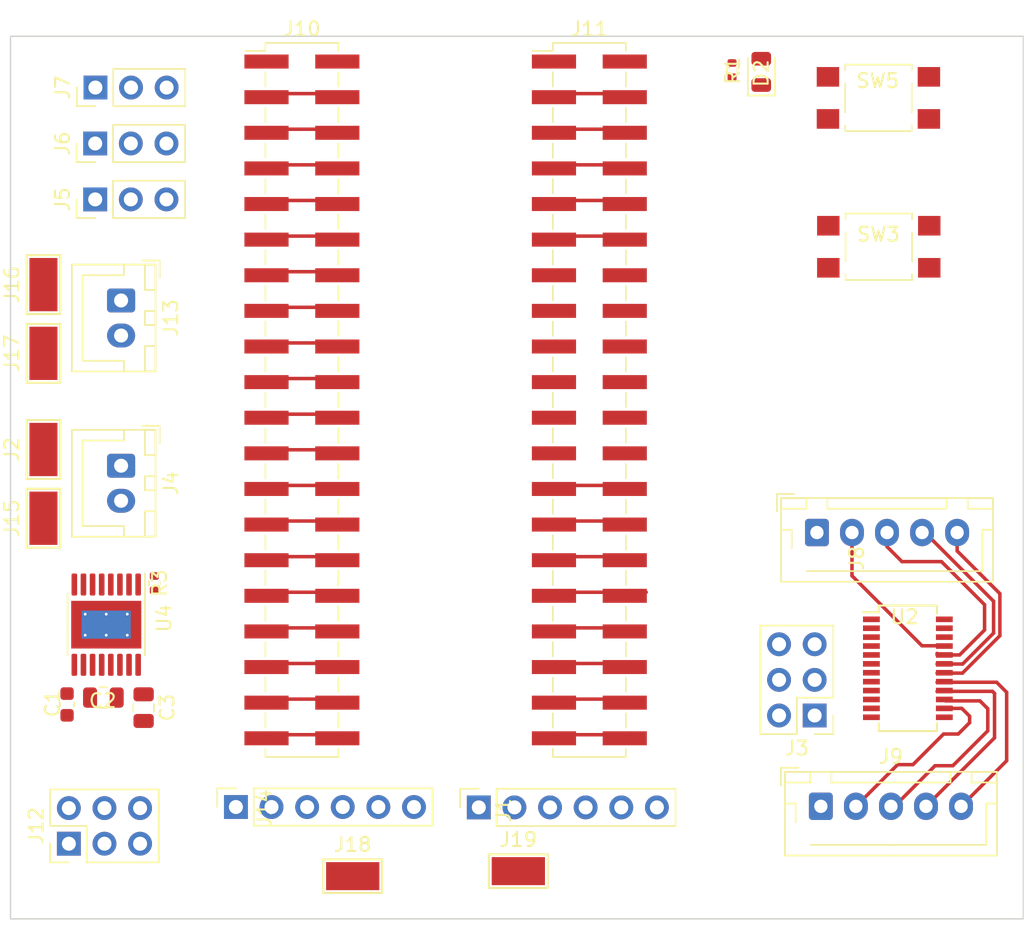
<source format=kicad_pcb>
(kicad_pcb (version 20221018) (generator pcbnew)
  (layers (0 "F.Cu" signal) (31 "B.Cu" signal) (34 "B.Paste" user) (35 "F.Paste" user) (36 "B.SilkS" user "B.Silkscreen") (37 "F.SilkS" user "F.Silkscreen") (38 "B.Mask" user) (39 "F.Mask" user) (44 "Edge.Cuts" user))
  (net 0 "")
  (net 1 "+3.3V")
  (net 2 "GND")
  (net 3 "/SERVO1")
  (net 4 "/SERVO2")
  (net 5 "/SERVO3")
  (net 6 "+5V")
  (net 7 "/V_STEP")
  (net 8 "/AIN1")
  (net 9 "/AIN2")
  (net 11 "/RESET")
  (net 12 "/BIN1")
  (net 13 "/BIN2")
  (net 14 "Net-(U4-nSLEEP)")
  (net 15 "Net-(U4-VCP)")
  (net 16 "/V_M")
  (net 17 "Net-(U4-VINT)")
  (net 18 "Net-(D2-K)")
  (net 19 "/STEP_1A_I")
  (net 20 "/STEP_1B_I")
  (net 21 "/STEP_1C_I")
  (net 22 "/STEP_1D_I")
  (net 23 "/STEP_2A_I")
  (net 24 "/STEP_2B_I")
  (net 25 "/STEP_2C_I")
  (net 26 "/STEP_2D_I")
  (net 27 "VCC")
  (net 28 "/STEP_1A_O")
  (net 29 "/STEP_1B_O")
  (net 30 "/STEP_1C_O")
  (net 31 "/STEP_1D_O")
  (net 32 "/USER_BUTTON")
  (net 33 "/STEP_2A_O")
  (net 34 "/STEP_2B_O")
  (net 35 "/STEP_2C_O")
  (net 36 "/STEP_2D_O")
  (net 37 "Net-(J10-Pin_1)")
  (net 38 "Net-(J10-Pin_3)")
  (net 39 "Net-(J10-Pin_5)")
  (net 40 "Net-(J10-Pin_7)")
  (net 41 "Net-(J10-Pin_10)")
  (net 42 "Net-(J10-Pin_11)")
  (net 43 "Net-(J10-Pin_13)")
  (net 44 "Net-(J10-Pin_15)")
  (net 45 "Net-(J10-Pin_17)")
  (net 46 "/M1A")
  (net 47 "/M1B")
  (net 48 "/M2A")
  (net 49 "Net-(J10-Pin_25)")
  (net 50 "/M2B")
  (net 54 "Net-(J10-Pin_35)")
  (net 56 "Net-(J11-Pin_1)")
  (net 58 "Net-(J11-Pin_5)")
  (net 60 "Net-(J11-Pin_10)")
  (net 61 "Net-(J11-Pin_11)")
  (net 62 "Net-(J11-Pin_13)")
  (net 63 "Net-(J11-Pin_15)")
  (net 64 "Net-(J11-Pin_17)")
  (net 65 "Net-(J11-Pin_19)")
  (net 66 "Net-(J11-Pin_21)")
  (net 67 "Net-(J11-Pin_25)")
  (net 68 "Net-(J11-Pin_35)")
  (footprint "Connector_JST:JST_XH_B5B-XH-AM_1x05_P2.50mm_Vertical" (layer "F.Cu") (at 100.7948 78.3082)
    (fp_text reference "J9" (at 5 -3.55) (layer "F.SilkS"))
    (fp_text value "Conn_01x05_Pin")
    (pad "" np_thru_hole circle (at -1.6 2) (size 1.2 1.2) (drill 1.2) (layers "*.Cu" "*.Mask"))
    (pad "1" thru_hole roundrect (at 0 0) (size 1.7 1.95) (drill 0.95) (layers "*.Cu" "*.Mask") (roundrect_rratio 0.147059) (net 7 "/V_STEP"))
    (pad "2" thru_hole oval (at 2.5 0) (size 1.7 1.95) (drill 0.95) (layers "*.Cu" "*.Mask") (net 36 "/STEP_2D_O"))
    (pad "3" thru_hole oval (at 5 0) (size 1.7 1.95) (drill 0.95) (layers "*.Cu" "*.Mask") (net 35 "/STEP_2C_O"))
    (pad "4" thru_hole oval (at 7.5 0) (size 1.7 1.95) (drill 0.95) (layers "*.Cu" "*.Mask") (net 34 "/STEP_2B_O"))
    (pad "5" thru_hole oval (at 10 0) (size 1.7 1.95) (drill 0.95) (layers "*.Cu" "*.Mask") (net 33 "/STEP_2A_O"))
  )
  (footprint "Connector_PinSocket_2.54mm:PinSocket_1x06_P2.54mm_Vertical" (layer "F.Cu") (at 59.0804 78.359 90)
    (fp_text reference "J14" (at -0.0762 2.0238 90) (layer "F.SilkS"))
    (fp_text value "Conn_01x06_Pin")
    (pad "1" thru_hole rect (at 0 0 90) (size 1.7 1.7) (drill 1) (layers "*.Cu" "*.Mask") (net 1 "+3.3V"))
    (pad "2" thru_hole oval (at 0 2.54 90) (size 1.7 1.7) (drill 1) (layers "*.Cu" "*.Mask") (net 1 "+3.3V"))
    (pad "3" thru_hole oval (at 0 5.08 90) (size 1.7 1.7) (drill 1) (layers "*.Cu" "*.Mask") (net 1 "+3.3V"))
    (pad "4" thru_hole oval (at 0 7.62 90) (size 1.7 1.7) (drill 1) (layers "*.Cu" "*.Mask") (net 1 "+3.3V"))
    (pad "5" thru_hole oval (at 0 10.16 90) (size 1.7 1.7) (drill 1) (layers "*.Cu" "*.Mask") (net 1 "+3.3V"))
    (pad "6" thru_hole oval (at 0 12.7 90) (size 1.7 1.7) (drill 1) (layers "*.Cu" "*.Mask") (net 1 "+3.3V"))
  )
  (footprint "Connector_PinHeader_2.54mm:PinHeader_1x03_P2.54mm_Vertical" (layer "F.Cu") (at 49.0624 27.051 90)
    (fp_text reference "J7" (at 0 -2.33 90) (layer "F.SilkS"))
    (fp_text value "Conn_01x03_Pin")
    (pad "1" thru_hole rect (at 0 0 90) (size 1.7 1.7) (drill 1) (layers "*.Cu" "*.Mask") (net 5 "/SERVO3"))
    (pad "2" thru_hole oval (at 0 2.54 90) (size 1.7 1.7) (drill 1) (layers "*.Cu" "*.Mask") (net 6 "+5V"))
    (pad "3" thru_hole oval (at 0 5.08 90) (size 1.7 1.7) (drill 1) (layers "*.Cu" "*.Mask") (net 2 "GND"))
  )
  (footprint "Connector_PinHeader_2.54mm:PinHeader_1x03_P2.54mm_Vertical" (layer "F.Cu") (at 49.0474 31.0388 90)
    (fp_text reference "J6" (at 0 -2.33 90) (layer "F.SilkS"))
    (fp_text value "Conn_01x03_Pin")
    (pad "1" thru_hole rect (at 0 0 90) (size 1.7 1.7) (drill 1) (layers "*.Cu" "*.Mask") (net 4 "/SERVO2"))
    (pad "2" thru_hole oval (at 0 2.54 90) (size 1.7 1.7) (drill 1) (layers "*.Cu" "*.Mask") (net 6 "+5V"))
    (pad "3" thru_hole oval (at 0 5.08 90) (size 1.7 1.7) (drill 1) (layers "*.Cu" "*.Mask") (net 2 "GND"))
  )
  (footprint "Connector_JST:JST_XH_B2B-XH-A_1x02_P2.50mm_Vertical" (layer "F.Cu") (at 50.8932 42.2348 -90)
    (fp_text reference "J13" (at 1.25 -3.55 90) (layer "F.SilkS"))
    (fp_text value "Conn_01x02_Pin")
    (pad "1" thru_hole roundrect (at 0 0 270) (size 1.7 2) (drill 1) (layers "*.Cu" "*.Mask") (roundrect_rratio 0.147059) (net 48 "/M2A"))
    (pad "2" thru_hole oval (at 2.5 0 270) (size 1.7 2) (drill 1) (layers "*.Cu" "*.Mask") (net 50 "/M2B"))
  )
  (footprint "TestPoint:TestPoint_Keystone_5019_Minature" (layer "F.Cu") (at 45.356 46.0048 90)
    (fp_text reference "J17" (at 0 -2.25 90) (layer "F.SilkS"))
    (fp_text value "Conn_01x01_Pin")
    (pad "1" smd rect (at 0 0 90) (size 3.8 2) (layers "F.Cu" "F.Paste" "F.Mask") (net 50 "/M2B"))
  )
  (footprint "Connector_PinSocket_2.54mm:PinSocket_1x06_P2.54mm_Vertical" (layer "F.Cu") (at 76.4032 78.3844 90)
    (fp_text reference "J1" (at -0.2032 1.7698 90) (layer "F.SilkS"))
    (fp_text value "Conn_01x06_Pin")
    (pad "1" thru_hole rect (at 0 0 90) (size 1.7 1.7) (drill 1) (layers "*.Cu" "*.Mask") (net 2 "GND"))
    (pad "2" thru_hole oval (at 0 2.54 90) (size 1.7 1.7) (drill 1) (layers "*.Cu" "*.Mask") (net 2 "GND"))
    (pad "3" thru_hole oval (at 0 5.08 90) (size 1.7 1.7) (drill 1) (layers "*.Cu" "*.Mask") (net 2 "GND"))
    (pad "4" thru_hole oval (at 0 7.62 90) (size 1.7 1.7) (drill 1) (layers "*.Cu" "*.Mask") (net 2 "GND"))
    (pad "5" thru_hole oval (at 0 10.16 90) (size 1.7 1.7) (drill 1) (layers "*.Cu" "*.Mask") (net 2 "GND"))
    (pad "6" thru_hole oval (at 0 12.7 90) (size 1.7 1.7) (drill 1) (layers "*.Cu" "*.Mask") (net 2 "GND"))
  )
  (footprint "Connector_PinHeader_2.54mm:PinHeader_2x20_P2.54mm_Vertical_SMD" (layer "F.Cu") (at 63.7876 49.3268)
    (fp_text reference "J10" (at 0 -26.46) (layer "F.SilkS"))
    (fp_text value "Conn_02x20_Odd_Even")
    (pad "1" smd rect (at -2.525 -24.13) (size 3.15 1) (layers "F.Cu" "F.Paste" "F.Mask") (net 37 "Net-(J10-Pin_1)"))
    (pad "2" smd rect (at 2.525 -24.13) (size 3.15 1) (layers "F.Cu" "F.Paste" "F.Mask") (net 37 "Net-(J10-Pin_1)"))
    (pad "3" smd rect (at -2.525 -21.59) (size 3.15 1) (layers "F.Cu" "F.Paste" "F.Mask") (net 38 "Net-(J10-Pin_3)"))
    (pad "4" smd rect (at 2.525 -21.59) (size 3.15 1) (layers "F.Cu" "F.Paste" "F.Mask") (net 38 "Net-(J10-Pin_3)"))
    (pad "5" smd rect (at -2.525 -19.05) (size 3.15 1) (layers "F.Cu" "F.Paste" "F.Mask") (net 39 "Net-(J10-Pin_5)"))
    (pad "6" smd rect (at 2.525 -19.05) (size 3.15 1) (layers "F.Cu" "F.Paste" "F.Mask") (net 39 "Net-(J10-Pin_5)"))
    (pad "7" smd rect (at -2.525 -16.51) (size 3.15 1) (layers "F.Cu" "F.Paste" "F.Mask") (net 40 "Net-(J10-Pin_7)"))
    (pad "8" smd rect (at 2.525 -16.51) (size 3.15 1) (layers "F.Cu" "F.Paste" "F.Mask") (net 40 "Net-(J10-Pin_7)"))
    (pad "9" smd rect (at -2.525 -13.97) (size 3.15 1) (layers "F.Cu" "F.Paste" "F.Mask") (net 41 "Net-(J10-Pin_10)"))
    (pad "10" smd rect (at 2.525 -13.97) (size 3.15 1) (layers "F.Cu" "F.Paste" "F.Mask") (net 41 "Net-(J10-Pin_10)"))
    (pad "11" smd rect (at -2.525 -11.43) (size 3.15 1) (layers "F.Cu" "F.Paste" "F.Mask") (net 42 "Net-(J10-Pin_11)"))
    (pad "12" smd rect (at 2.525 -11.43) (size 3.15 1) (layers "F.Cu" "F.Paste" "F.Mask") (net 42 "Net-(J10-Pin_11)"))
    (pad "13" smd rect (at -2.525 -8.89) (size 3.15 1) (layers "F.Cu" "F.Paste" "F.Mask") (net 43 "Net-(J10-Pin_13)"))
    (pad "14" smd rect (at 2.525 -8.89) (size 3.15 1) (layers "F.Cu" "F.Paste" "F.Mask") (net 43 "Net-(J10-Pin_13)"))
    (pad "15" smd rect (at -2.525 -6.35) (size 3.15 1) (layers "F.Cu" "F.Paste" "F.Mask") (net 44 "Net-(J10-Pin_15)"))
    (pad "16" smd rect (at 2.525 -6.35) (size 3.15 1) (layers "F.Cu" "F.Paste" "F.Mask") (net 44 "Net-(J10-Pin_15)"))
    (pad "17" smd rect (at -2.525 -3.81) (size 3.15 1) (layers "F.Cu" "F.Paste" "F.Mask") (net 45 "Net-(J10-Pin_17)"))
    (pad "18" smd rect (at 2.525 -3.81) (size 3.15 1) (layers "F.Cu" "F.Paste" "F.Mask") (net 45 "Net-(J10-Pin_17)"))
    (pad "19" smd rect (at -2.525 -1.27) (size 3.15 1) (layers "F.Cu" "F.Paste" "F.Mask") (net 3 "/SERVO1"))
    (pad "20" smd rect (at 2.525 -1.27) (size 3.15 1) (layers "F.Cu" "F.Paste" "F.Mask") (net 3 "/SERVO1"))
    (pad "21" smd rect (at -2.525 1.27) (size 3.15 1) (layers "F.Cu" "F.Paste" "F.Mask") (net 4 "/SERVO2"))
    (pad "22" smd rect (at 2.525 1.27) (size 3.15 1) (layers "F.Cu" "F.Paste" "F.Mask") (net 4 "/SERVO2"))
    (pad "23" smd rect (at -2.525 3.81) (size 3.15 1) (layers "F.Cu" "F.Paste" "F.Mask") (net 5 "/SERVO3"))
    (pad "24" smd rect (at 2.525 3.81) (size 3.15 1) (layers "F.Cu" "F.Paste" "F.Mask") (net 5 "/SERVO3"))
    (pad "25" smd rect (at -2.525 6.35) (size 3.15 1) (layers "F.Cu" "F.Paste" "F.Mask") (net 49 "Net-(J10-Pin_25)"))
    (pad "26" smd rect (at 2.525 6.35) (size 3.15 1) (layers "F.Cu" "F.Paste" "F.Mask") (net 49 "Net-(J10-Pin_25)"))
    (pad "27" smd rect (at -2.525 8.89) (size 3.15 1) (layers "F.Cu" "F.Paste" "F.Mask") (net 8 "/AIN1"))
    (pad "28" smd rect (at 2.525 8.89) (size 3.15 1) (layers "F.Cu" "F.Paste" "F.Mask") (net 8 "/AIN1"))
    (pad "29" smd rect (at -2.525 11.43) (size 3.15 1) (layers "F.Cu" "F.Paste" "F.Mask") (net 9 "/AIN2"))
    (pad "30" smd rect (at 2.525 11.43) (size 3.15 1) (layers "F.Cu" "F.Paste" "F.Mask") (net 9 "/AIN2"))
    (pad "31" smd rect (at -2.525 13.97) (size 3.15 1) (layers "F.Cu" "F.Paste" "F.Mask") (net 23 "/STEP_2A_I"))
    (pad "32" smd rect (at 2.525 13.97) (size 3.15 1) (layers "F.Cu" "F.Paste" "F.Mask") (net 23 "/STEP_2A_I"))
    (pad "33" smd rect (at -2.525 16.51) (size 3.15 1) (layers "F.Cu" "F.Paste" "F.Mask") (net 24 "/STEP_2B_I"))
    (pad "34" smd rect (at 2.525 16.51) (size 3.15 1) (layers "F.Cu" "F.Paste" "F.Mask") (net 24 "/STEP_2B_I"))
    (pad "35" smd rect (at -2.525 19.05) (size 3.15 1) (layers "F.Cu" "F.Paste" "F.Mask") (net 54 "Net-(J10-Pin_35)"))
    (pad "36" smd rect (at 2.525 19.05) (size 3.15 1) (layers "F.Cu" "F.Paste" "F.Mask") (net 54 "Net-(J10-Pin_35)"))
    (pad "37" smd rect (at -2.525 21.59) (size 3.15 1) (layers "F.Cu" "F.Paste" "F.Mask") (net 25 "/STEP_2C_I"))
    (pad "38" smd rect (at 2.525 21.59) (size 3.15 1) (layers "F.Cu" "F.Paste" "F.Mask") (net 25 "/STEP_2C_I"))
    (pad "39" smd rect (at -2.525 24.13) (size 3.15 1) (layers "F.Cu" "F.Paste" "F.Mask") (net 26 "/STEP_2D_I"))
    (pad "40" smd rect (at 2.525 24.13) (size 3.15 1) (layers "F.Cu" "F.Paste" "F.Mask") (net 26 "/STEP_2D_I"))
  )
  (footprint "Capacitor_SMD:C_0805_2012Metric" (layer "F.Cu") (at 49.6302 70.5542)
    (fp_text reference "C2" (at -0.0508 0.2236) (layer "F.SilkS"))
    (fp_text value "10u")
    (pad "1" smd roundrect (at -0.95 0) (size 1 1.45) (layers "F.Cu" "F.Paste" "F.Mask") (net 16 "/V_M"))
    (pad "2" smd roundrect (at 0.95 0) (size 1 1.45) (layers "F.Cu" "F.Paste" "F.Mask") (net 2 "GND"))
  )
  (footprint "Capacitor_SMD:C_0805_2012Metric" (layer "F.Cu") (at 52.5004 71.2706 -90)
    (fp_text reference "C3" (at 0 -1.68 90) (layer "F.SilkS"))
    (fp_text value "10u")
    (pad "1" smd roundrect (at -0.95 0 270) (size 1 1.45) (layers "F.Cu" "F.Paste" "F.Mask") (net 17 "Net-(U4-VINT)"))
    (pad "2" smd roundrect (at 0.95 0 270) (size 1 1.45) (layers "F.Cu" "F.Paste" "F.Mask") (net 2 "GND"))
  )
  (footprint "Package_SO:HTSSOP-16-1EP_4.4x5mm_P0.65mm_EP3.4x5mm_Mask2.46x2.31mm_ThermalVias" (layer "F.Cu") (at 49.8348 65.3542 -90)
    (fp_text reference "U4" (at -0.4594 -4.119 90) (layer "F.SilkS"))
    (fp_text value "DRV8833PWP")
    (pad "1" smd roundrect (at -2.8625 -2.275 270) (size 1.575 0.4) (layers "F.Cu" "F.Paste" "F.Mask") (net 14 "Net-(U4-nSLEEP)"))
    (pad "2" smd roundrect (at -2.8625 -1.625 270) (size 1.575 0.4) (layers "F.Cu" "F.Paste" "F.Mask") (net 46 "/M1A"))
    (pad "3" smd roundrect (at -2.8625 -0.975 270) (size 1.575 0.4) (layers "F.Cu" "F.Paste" "F.Mask") (net 2 "GND"))
    (pad "4" smd roundrect (at -2.8625 -0.325 270) (size 1.575 0.4) (layers "F.Cu" "F.Paste" "F.Mask") (net 47 "/M1B"))
    (pad "5" smd roundrect (at -2.8625 0.325 270) (size 1.575 0.4) (layers "F.Cu" "F.Paste" "F.Mask") (net 50 "/M2B"))
    (pad "6" smd roundrect (at -2.8625 0.975 270) (size 1.575 0.4) (layers "F.Cu" "F.Paste" "F.Mask") (net 2 "GND"))
    (pad "7" smd roundrect (at -2.8625 1.625 270) (size 1.575 0.4) (layers "F.Cu" "F.Paste" "F.Mask") (net 48 "/M2A"))
    (pad "8" smd roundrect (at -2.8625 2.275 270) (size 1.575 0.4) (layers "F.Cu" "F.Paste" "F.Mask"))
    (pad "9" smd roundrect (at 2.8625 2.275 270) (size 1.575 0.4) (layers "F.Cu" "F.Paste" "F.Mask") (net 12 "/BIN1"))
    (pad "10" smd roundrect (at 2.8625 1.625 270) (size 1.575 0.4) (layers "F.Cu" "F.Paste" "F.Mask") (net 13 "/BIN2"))
    (pad "11" smd roundrect (at 2.8625 0.975 270) (size 1.575 0.4) (layers "F.Cu" "F.Paste" "F.Mask") (net 15 "Net-(U4-VCP)"))
    (pad "12" smd roundrect (at 2.8625 0.325 270) (size 1.575 0.4) (layers "F.Cu" "F.Paste" "F.Mask") (net 16 "/V_M"))
    (pad "13" smd roundrect (at 2.8625 -0.325 270) (size 1.575 0.4) (layers "F.Cu" "F.Paste" "F.Mask") (net 2 "GND"))
    (pad "14" smd roundrect (at 2.8625 -0.975 270) (size 1.575 0.4) (layers "F.Cu" "F.Paste" "F.Mask") (net 17 "Net-(U4-VINT)"))
    (pad "15" smd roundrect (at 2.8625 -1.625 270) (size 1.575 0.4) (layers "F.Cu" "F.Paste" "F.Mask") (net 9 "/AIN2"))
    (pad "16" smd roundrect (at 2.8625 -2.275 270) (size 1.575 0.4) (layers "F.Cu" "F.Paste" "F.Mask") (net 8 "/AIN1"))
    (pad "17" thru_hole circle (at -0.75 -1.5 270) (size 0.5 0.5) (drill 0.2) (layers "*.Cu") (net 2 "GND"))
    (pad "17" thru_hole circle (at -0.75 0 270) (size 0.5 0.5) (drill 0.2) (layers "*.Cu") (net 2 "GND"))
    (pad "17" thru_hole circle (at -0.75 1.5 270) (size 0.5 0.5) (drill 0.2) (layers "*.Cu") (net 2 "GND"))
    (pad "17" smd rect (at 0 0 270) (size 2 3.5) (layers "B.Cu") (net 2 "GND"))
    (pad "17" smd rect (at 0 0 270) (size 3.4 5) (layers "F.Cu") (net 2 "GND"))
    (pad "17" thru_hole circle (at 0.75 -1.5 270) (size 0.5 0.5) (drill 0.2) (layers "*.Cu") (net 2 "GND"))
    (pad "17" thru_hole circle (at 0.75 0 270) (size 0.5 0.5) (drill 0.2) (layers "*.Cu") (net 2 "GND"))
    (pad "17" thru_hole circle (at 0.75 1.5 270) (size 0.5 0.5) (drill 0.2) (layers "*.Cu") (net 2 "GND"))
  )
  (footprint "Capacitor_SMD:C_0603_1608Metric" (layer "F.Cu") (at 47.0394 71.0448 90)
    (fp_text reference "C1" (at 0.0632 -1.0414 90) (layer "F.SilkS"))
    (fp_text value ".1u")
    (pad "1" smd roundrect (at -0.775 0 90) (size 0.9 0.95) (layers "F.Cu" "F.Paste" "F.Mask") (net 16 "/V_M"))
    (pad "2" smd roundrect (at 0.775 0 90) (size 0.9 0.95) (layers "F.Cu" "F.Paste" "F.Mask") (net 15 "Net-(U4-VCP)"))
  )
  (footprint "Connector_PinHeader_2.54mm:PinHeader_2x03_P2.54mm_Vertical" (layer "F.Cu") (at 47.1678 80.9752 90)
    (fp_text reference "J12" (at 1.27 -2.33 90) (layer "F.SilkS"))
    (fp_text value "Conn_02x03_Odd_Even")
    (pad "1" thru_hole rect (at 0 0 90) (size 1.7 1.7) (drill 1) (layers "*.Cu" "*.Mask") (net 6 "+5V"))
    (pad "2" thru_hole oval (at 2.54 0 90) (size 1.7 1.7) (drill 1) (layers "*.Cu" "*.Mask") (net 6 "+5V"))
    (pad "3" thru_hole oval (at 0 2.54 90) (size 1.7 1.7) (drill 1) (layers "*.Cu" "*.Mask") (net 16 "/V_M"))
    (pad "4" thru_hole oval (at 2.54 2.54 90) (size 1.7 1.7) (drill 1) (layers "*.Cu" "*.Mask") (net 16 "/V_M"))
    (pad "5" thru_hole oval (at 0 5.08 90) (size 1.7 1.7) (drill 1) (layers "*.Cu" "*.Mask") (net 27 "VCC"))
    (pad "6" thru_hole oval (at 2.54 5.08 90) (size 1.7 1.7) (drill 1) (layers "*.Cu" "*.Mask") (net 27 "VCC"))
  )
  (footprint "Package_SO:SSOP-24_3.9x8.7mm_P0.635mm" (layer "F.Cu") (at 107.001 68.4657)
    (fp_text reference "U2" (at -0.2366 -3.6696) (layer "F.SilkS"))
    (fp_text value "~")
    (pad "1" smd rect (at -2.6 -3.4925) (size 1.2 0.4) (layers "F.Cu" "F.Paste" "F.Mask"))
    (pad "2" smd rect (at -2.6 -2.8575) (size 1.2 0.4) (layers "F.Cu" "F.Paste" "F.Mask"))
    (pad "3" smd rect (at -2.6 -2.2225) (size 1.2 0.4) (layers "F.Cu" "F.Paste" "F.Mask"))
    (pad "4" smd rect (at -2.6 -1.5875) (size 1.2 0.4) (layers "F.Cu" "F.Paste" "F.Mask") (net 19 "/STEP_1A_I"))
    (pad "5" smd rect (at -2.6 -0.9525) (size 1.2 0.4) (layers "F.Cu" "F.Paste" "F.Mask") (net 20 "/STEP_1B_I"))
    (pad "6" smd rect (at -2.6 -0.3175) (size 1.2 0.4) (layers "F.Cu" "F.Paste" "F.Mask") (net 21 "/STEP_1C_I"))
    (pad "7" smd rect (at -2.6 0.3175) (size 1.2 0.4) (layers "F.Cu" "F.Paste" "F.Mask") (net 22 "/STEP_1D_I"))
    (pad "8" smd rect (at -2.6 0.9525) (size 1.2 0.4) (layers "F.Cu" "F.Paste" "F.Mask") (net 23 "/STEP_2A_I"))
    (pad "9" smd rect (at -2.6 1.5875) (size 1.2 0.4) (layers "F.Cu" "F.Paste" "F.Mask") (net 24 "/STEP_2B_I"))
    (pad "10" smd rect (at -2.6 2.2225) (size 1.2 0.4) (layers "F.Cu" "F.Paste" "F.Mask") (net 25 "/STEP_2C_I"))
    (pad "11" smd rect (at -2.6 2.8575) (size 1.2 0.4) (layers "F.Cu" "F.Paste" "F.Mask") (net 26 "/STEP_2D_I"))
    (pad "12" smd rect (at -2.6 3.4925) (size 1.2 0.4) (layers "F.Cu" "F.Paste" "F.Mask") (net 2 "GND"))
    (pad "13" smd rect (at 2.6 3.4925) (size 1.2 0.4) (layers "F.Cu" "F.Paste" "F.Mask") (net 7 "/V_STEP"))
    (pad "14" smd rect (at 2.6 2.8575) (size 1.2 0.4) (layers "F.Cu" "F.Paste" "F.Mask") (net 36 "/STEP_2D_O"))
    (pad "15" smd rect (at 2.6 2.2225) (size 1.2 0.4) (layers "F.Cu" "F.Paste" "F.Mask") (net 35 "/STEP_2C_O"))
    (pad "16" smd rect (at 2.6 1.5875) (size 1.2 0.4) (layers "F.Cu" "F.Paste" "F.Mask") (net 34 "/STEP_2B_O"))
    (pad "17" smd rect (at 2.6 0.9525) (size 1.2 0.4) (layers "F.Cu" "F.Paste" "F.Mask") (net 33 "/STEP_2A_O"))
    (pad "18" smd rect (at 2.6 0.3175) (size 1.2 0.4) (layers "F.Cu" "F.Paste" "F.Mask") (net 31 "/STEP_1D_O"))
    (pad "19" smd rect (at 2.6 -0.3175) (size 1.2 0.4) (layers "F.Cu" "F.Paste" "F.Mask") (net 30 "/STEP_1C_O"))
    (pad "20" smd rect (at 2.6 -0.9525) (size 1.2 0.4) (layers "F.Cu" "F.Paste" "F.Mask") (net 29 "/STEP_1B_O"))
    (pad "21" smd rect (at 2.6 -1.5875) (size 1.2 0.4) (layers "F.Cu" "F.Paste" "F.Mask") (net 28 "/STEP_1A_O"))
    (pad "22" smd rect (at 2.6 -2.2225) (size 1.2 0.4) (layers "F.Cu" "F.Paste" "F.Mask"))
    (pad "23" smd rect (at 2.6 -2.8575) (size 1.2 0.4) (layers "F.Cu" "F.Paste" "F.Mask"))
    (pad "24" smd rect (at 2.6 -3.4925) (size 1.2 0.4) (layers "F.Cu" "F.Paste" "F.Mask"))
  )
  (footprint "Connector_PinHeader_2.54mm:PinHeader_1x03_P2.54mm_Vertical" (layer "F.Cu") (at 49.0474 35.0266 90)
    (fp_text reference "J5" (at 0 -2.33 90) (layer "F.SilkS"))
    (fp_text value "Conn_01x03_Pin")
    (pad "1" thru_hole rect (at 0 0 90) (size 1.7 1.7) (drill 1) (layers "*.Cu" "*.Mask") (net 3 "/SERVO1"))
    (pad "2" thru_hole oval (at 0 2.54 90) (size 1.7 1.7) (drill 1) (layers "*.Cu" "*.Mask") (net 6 "+5V"))
    (pad "3" thru_hole oval (at 0 5.08 90) (size 1.7 1.7) (drill 1) (layers "*.Cu" "*.Mask") (net 2 "GND"))
  )
  (footprint "Connector_PinHeader_2.54mm:PinHeader_2x03_P2.54mm_Vertical" (layer "F.Cu") (at 100.3554 71.8312 180)
    (fp_text reference "J3" (at 1.27 -2.33) (layer "F.SilkS"))
    (fp_text value "Conn_02x03_Odd_Even")
    (pad "1" thru_hole rect (at 0 0 180) (size 1.7 1.7) (drill 1) (layers "*.Cu" "*.Mask") (net 6 "+5V"))
    (pad "2" thru_hole oval (at 2.54 0 180) (size 1.7 1.7) (drill 1) (layers "*.Cu" "*.Mask") (net 6 "+5V"))
    (pad "3" thru_hole oval (at 0 2.54 180) (size 1.7 1.7) (drill 1) (layers "*.Cu" "*.Mask") (net 7 "/V_STEP"))
    (pad "4" thru_hole oval (at 2.54 2.54 180) (size 1.7 1.7) (drill 1) (layers "*.Cu" "*.Mask") (net 7 "/V_STEP"))
    (pad "5" thru_hole oval (at 0 5.08 180) (size 1.7 1.7) (drill 1) (layers "*.Cu" "*.Mask") (net 27 "VCC"))
    (pad "6" thru_hole oval (at 2.54 5.08 180) (size 1.7 1.7) (drill 1) (layers "*.Cu" "*.Mask") (net 27 "VCC"))
  )
  (footprint "Resistor_SMD:R_0402_1005Metric" (layer "F.Cu") (at 53.2624 62.3978 -90)
    (fp_text reference "R3" (at 0 -0.38 90) (layer "F.SilkS"))
    (fp_text value "10k")
    (pad "1" smd roundrect (at -0.51 0 270) (size 0.54 0.64) (layers "F.Cu" "F.Paste" "F.Mask") (net 1 "+3.3V"))
    (pad "2" smd roundrect (at 0.51 0 270) (size 0.54 0.64) (layers "F.Cu" "F.Paste" "F.Mask") (net 14 "Net-(U4-nSLEEP)"))
  )
  (footprint "Button_Switch_SMD:SW_SPST_TL3305C" (layer "F.Cu") (at 104.902 27.7876)
    (fp_text reference "SW5" (at -0.0508 -1.2192) (layer "F.SilkS"))
    (fp_text value "SW_DIP_x01")
    (pad "1" smd rect (at -3.6 -1.5) (size 1.6 1.4) (layers "F.Cu" "F.Paste" "F.Mask") (net 2 "GND"))
    (pad "1" smd rect (at 3.6 -1.5) (size 1.6 1.4) (layers "F.Cu" "F.Paste" "F.Mask") (net 2 "GND"))
    (pad "2" smd rect (at -3.6 1.5) (size 1.6 1.4) (layers "F.Cu" "F.Paste" "F.Mask") (net 11 "/RESET"))
    (pad "2" smd rect (at 3.6 1.5) (size 1.6 1.4) (layers "F.Cu" "F.Paste" "F.Mask") (net 11 "/RESET"))
  )
  (footprint "Connector_JST:JST_XH_B2B-XH-A_1x02_P2.50mm_Vertical" (layer "F.Cu") (at 50.8932 54.0204 -90)
    (fp_text reference "J4" (at 1.25 -3.55 90) (layer "F.SilkS"))
    (fp_text value "Conn_01x02_Pin")
    (pad "1" thru_hole roundrect (at 0 0 270) (size 1.7 2) (drill 1) (layers "*.Cu" "*.Mask") (roundrect_rratio 0.147059) (net 46 "/M1A"))
    (pad "2" thru_hole oval (at 2.5 0 270) (size 1.7 2) (drill 1) (layers "*.Cu" "*.Mask") (net 47 "/M1B"))
  )
  (footprint "Connector_JST:JST_XH_B5B-XH-AM_1x05_P2.50mm_Vertical" (layer "F.Cu") (at 100.5154 58.784)
    (fp_text reference "J8" (at 2.8372 1.8288 90) (layer "F.SilkS"))
    (fp_text value "Conn_01x05_Pin")
    (pad "" np_thru_hole circle (at -1.6 2) (size 1.2 1.2) (drill 1.2) (layers "*.Cu" "*.Mask"))
    (pad "1" thru_hole roundrect (at 0 0) (size 1.7 1.95) (drill 0.95) (layers "*.Cu" "*.Mask") (roundrect_rratio 0.147059) (net 7 "/V_STEP"))
    (pad "2" thru_hole oval (at 2.5 0) (size 1.7 1.95) (drill 0.95) (layers "*.Cu" "*.Mask") (net 28 "/STEP_1A_O"))
    (pad "3" thru_hole oval (at 5 0) (size 1.7 1.95) (drill 0.95) (layers "*.Cu" "*.Mask") (net 29 "/STEP_1B_O"))
    (pad "4" thru_hole oval (at 7.5 0) (size 1.7 1.95) (drill 0.95) (layers "*.Cu" "*.Mask") (net 30 "/STEP_1C_O"))
    (pad "5" thru_hole oval (at 10 0) (size 1.7 1.95) (drill 0.95) (layers "*.Cu" "*.Mask") (net 31 "/STEP_1D_O"))
  )
  (footprint "TestPoint:TestPoint_Keystone_5019_Minature" (layer "F.Cu") (at 45.356 57.765 90)
    (fp_text reference "J15" (at 0 -2.25 90) (layer "F.SilkS"))
    (fp_text value "Conn_01x01_Pin")
    (pad "1" smd rect (at 0 0 90) (size 3.8 2) (layers "F.Cu" "F.Paste" "F.Mask") (net 47 "/M1B"))
  )
  (footprint "TestPoint:TestPoint_Keystone_5019_Minature" (layer "F.Cu") (at 45.356 41.1026 90)
    (fp_text reference "J16" (at 0 -2.25 90) (layer "F.SilkS"))
    (fp_text value "Conn_01x01_Pin")
    (pad "1" smd rect (at 0 0 90) (size 3.8 2) (layers "F.Cu" "F.Paste" "F.Mask") (net 48 "/M2A"))
  )
  (footprint "Connector_PinHeader_2.54mm:PinHeader_2x20_P2.54mm_Vertical_SMD" (layer "F.Cu") (at 84.2876 49.3268)
    (fp_text reference "J11" (at 0 -26.46) (layer "F.SilkS"))
    (fp_text value "Conn_02x20_Odd_Even")
    (pad "1" smd rect (at -2.525 -24.13) (size 3.15 1) (layers "F.Cu" "F.Paste" "F.Mask") (net 56 "Net-(J11-Pin_1)"))
    (pad "2" smd rect (at 2.525 -24.13) (size 3.15 1) (layers "F.Cu" "F.Paste" "F.Mask") (net 56 "Net-(J11-Pin_1)"))
    (pad "3" smd rect (at -2.525 -21.59) (size 3.15 1) (layers "F.Cu" "F.Paste" "F.Mask") (net 6 "+5V"))
    (pad "4" smd rect (at 2.525 -21.59) (size 3.15 1) (layers "F.Cu" "F.Paste" "F.Mask") (net 6 "+5V"))
    (pad "5" smd rect (at -2.525 -19.05) (size 3.15 1) (layers "F.Cu" "F.Paste" "F.Mask") (net 58 "Net-(J11-Pin_5)"))
    (pad "6" smd rect (at 2.525 -19.05) (size 3.15 1) (layers "F.Cu" "F.Paste" "F.Mask") (net 58 "Net-(J11-Pin_5)"))
    (pad "7" smd rect (at -2.525 -16.51) (size 3.15 1) (layers "F.Cu" "F.Paste" "F.Mask") (net 11 "/RESET"))
    (pad "8" smd rect (at 2.525 -16.51) (size 3.15 1) (layers "F.Cu" "F.Paste" "F.Mask") (net 11 "/RESET"))
    (pad "9" smd rect (at -2.525 -13.97) (size 3.15 1) (layers "F.Cu" "F.Paste" "F.Mask") (net 60 "Net-(J11-Pin_10)"))
    (pad "10" smd rect (at 2.525 -13.97) (size 3.15 1) (layers "F.Cu" "F.Paste" "F.Mask") (net 60 "Net-(J11-Pin_10)"))
    (pad "11" smd rect (at -2.525 -11.43) (size 3.15 1) (layers "F.Cu" "F.Paste" "F.Mask") (net 61 "Net-(J11-Pin_11)"))
    (pad "12" smd rect (at 2.525 -11.43) (size 3.15 1) (layers "F.Cu" "F.Paste" "F.Mask") (net 61 "Net-(J11-Pin_11)"))
    (pad "13" smd rect (at -2.525 -8.89) (size 3.15 1) (layers "F.Cu" "F.Paste" "F.Mask") (net 62 "Net-(J11-Pin_13)"))
    (pad "14" smd rect (at 2.525 -8.89) (size 3.15 1) (layers "F.Cu" "F.Paste" "F.Mask") (net 62 "Net-(J11-Pin_13)"))
    (pad "15" smd rect (at -2.525 -6.35) (size 3.15 1) (layers "F.Cu" "F.Paste" "F.Mask") (net 63 "Net-(J11-Pin_15)"))
    (pad "16" smd rect (at 2.525 -6.35) (size 3.15 1) (layers "F.Cu" "F.Paste" "F.Mask") (net 63 "Net-(J11-Pin_15)"))
    (pad "17" smd rect (at -2.525 -3.81) (size 3.15 1) (layers "F.Cu" "F.Paste" "F.Mask") (net 64 "Net-(J11-Pin_17)"))
    (pad "18" smd rect (at 2.525 -3.81) (size 3.15 1) (layers "F.Cu" "F.Paste" "F.Mask") (net 64 "Net-(J11-Pin_17)"))
    (pad "19" smd rect (at -2.525 -1.27) (size 3.15 1) (layers "F.Cu" "F.Paste" "F.Mask") (net 65 "Net-(J11-Pin_19)"))
    (pad "20" smd rect (at 2.525 -1.27) (size 3.15 1) (layers "F.Cu" "F.Paste" "F.Mask") (net 65 "Net-(J11-Pin_19)"))
    (pad "21" smd rect (at -2.525 1.27) (size 3.15 1) (layers "F.Cu" "F.Paste" "F.Mask") (net 66 "Net-(J11-Pin_21)"))
    (pad "22" smd rect (at 2.525 1.27) (size 3.15 1) (layers "F.Cu" "F.Paste" "F.Mask") (net 66 "Net-(J11-Pin_21)"))
    (pad "23" smd rect (at -2.525 3.81) (size 3.15 1) (layers "F.Cu" "F.Paste" "F.Mask") (net 32 "/USER_BUTTON"))
    (pad "24" smd rect (at 2.525 3.81) (size 3.15 1) (layers "F.Cu" "F.Paste" "F.Mask") (net 32 "/USER_BUTTON"))
    (pad "25" smd rect (at -2.525 6.35) (size 3.15 1) (layers "F.Cu" "F.Paste" "F.Mask") (net 67 "Net-(J11-Pin_25)"))
    (pad "26" smd rect (at 2.525 6.35) (size 3.15 1) (layers "F.Cu" "F.Paste" "F.Mask") (net 67 "Net-(J11-Pin_25)"))
    (pad "27" smd rect (at -2.525 8.89) (size 3.15 1) (layers "F.Cu" "F.Paste" "F.Mask") (net 12 "/BIN1"))
    (pad "28" smd rect (at 2.525 8.89) (size 3.15 1) (layers "F.Cu" "F.Paste" "F.Mask") (net 12 "/BIN1"))
    (pad "29" smd rect (at -2.525 11.43) (size 3.15 1) (layers "F.Cu" "F.Paste" "F.Mask") (net 13 "/BIN2"))
    (pad "30" smd rect (at 2.525 11.43) (size 3.15 1) (layers "F.Cu" "F.Paste" "F.Mask") (net 13 "/BIN2"))
    (pad "31" smd rect (at -2.525 13.97) (size 3.15 1) (layers "F.Cu" "F.Paste" "F.Mask") (net 19 "/STEP_1A_I"))
    (pad "32" smd rect (at 2.525 13.97) (size 3.15 1) (layers "F.Cu" "F.Paste" "F.Mask") (net 19 "/STEP_1A_I"))
    (pad "33" smd rect (at -2.525 16.51) (size 3.15 1) (layers "F.Cu" "F.Paste" "F.Mask") (net 20 "/STEP_1B_I"))
    (pad "34" smd rect (at 2.525 16.51) (size 3.15 1) (layers "F.Cu" "F.Paste" "F.Mask") (net 20 "/STEP_1B_I"))
    (pad "35" smd rect (at -2.525 19.05) (size 3.15 1) (layers "F.Cu" "F.Paste" "F.Mask") (net 68 "Net-(J11-Pin_35)"))
    (pad "36" smd rect (at 2.525 19.05) (size 3.15 1) (layers "F.Cu" "F.Paste" "F.Mask") (net 68 "Net-(J11-Pin_35)"))
    (pad "37" smd rect (at -2.525 21.59) (size 3.15 1) (layers "F.Cu" "F.Paste" "F.Mask") (net 21 "/STEP_1C_I"))
    (pad "38" smd rect (at 2.525 21.59) (size 3.15 1) (layers "F.Cu" "F.Paste" "F.Mask") (net 21 "/STEP_1C_I"))
    (pad "39" smd rect (at -2.525 24.13) (size 3.15 1) (layers "F.Cu" "F.Paste" "F.Mask") (net 22 "/STEP_1D_I"))
    (pad "40" smd rect (at 2.525 24.13) (size 3.15 1) (layers "F.Cu" "F.Paste" "F.Mask") (net 22 "/STEP_1D_I"))
  )
  (footprint "Button_Switch_SMD:SW_SPST_TL3305C" (layer "F.Cu") (at 104.9274 38.4048)
    (fp_text reference "SW3" (at -0.0254 -0.889) (layer "F.SilkS"))
    (fp_text value "SW_DIP_x01")
    (pad "1" smd rect (at -3.6 -1.5) (size 1.6 1.4) (layers "F.Cu" "F.Paste" "F.Mask") (net 2 "GND"))
    (pad "1" smd rect (at 3.6 -1.5) (size 1.6 1.4) (layers "F.Cu" "F.Paste" "F.Mask") (net 2 "GND"))
    (pad "2" smd rect (at -3.6 1.5) (size 1.6 1.4) (layers "F.Cu" "F.Paste" "F.Mask") (net 32 "/USER_BUTTON"))
    (pad "2" smd rect (at 3.6 1.5) (size 1.6 1.4) (layers "F.Cu" "F.Paste" "F.Mask") (net 32 "/USER_BUTTON"))
  )
  (footprint "TestPoint:TestPoint_Keystone_5019_Minature" (layer "F.Cu") (at 45.356 52.8628 90)
    (fp_text reference "J2" (at 0 -2.25 90) (layer "F.SilkS"))
    (fp_text value "Conn_01x01_Pin")
    (pad "1" smd rect (at 0 0 90) (size 3.8 2) (layers "F.Cu" "F.Paste" "F.Mask") (net 46 "/M1A"))
  )
  (footprint "LED_SMD:LED_0805_2012Metric" (layer "F.Cu") (at 96.5454 25.9334 90)
    (fp_text reference "D2" (at -0.0993 0 90) (layer "F.SilkS"))
    (fp_text value "LED")
    (pad "1" smd roundrect (at -0.9375 0 90) (size 0.975 1.4) (layers "F.Cu" "F.Paste" "F.Mask") (net 18 "Net-(D2-K)"))
    (pad "2" smd roundrect (at 0.9375 0 90) (size 0.975 1.4) (layers "F.Cu" "F.Paste" "F.Mask") (net 1 "+3.3V"))
  )
  (footprint "TestPoint:TestPoint_Keystone_5019_Minature" (layer "F.Cu") (at 79.2226 82.931)
    (fp_text reference "J19" (at 0 -2.25) (layer "F.SilkS"))
    (fp_text value "Conn_01x01_Pin")
    (pad "1" smd rect (at 0 0) (size 3.8 2) (layers "F.Cu" "F.Paste" "F.Mask") (net 2 "GND"))
  )
  (footprint "Resistor_SMD:R_0402_1005Metric" (layer "F.Cu") (at 94.4626 25.8084 90)
    (fp_text reference "R1" (at -0.0508 0.0508 90) (layer "F.SilkS"))
    (fp_text value "5.1k")
    (pad "1" smd roundrect (at -0.51 0 90) (size 0.54 0.64) (layers "F.Cu" "F.Paste" "F.Mask") (net 18 "Net-(D2-K)"))
    (pad "2" smd roundrect (at 0.51 0 90) (size 0.54 0.64) (layers "F.Cu" "F.Paste" "F.Mask") (net 2 "GND"))
  )
  (footprint "TestPoint:TestPoint_Keystone_5019_Minature" (layer "F.Cu") (at 67.4116 83.2866)
    (fp_text reference "J18" (at 0 -2.25) (layer "F.SilkS"))
    (fp_text value "Conn_01x01_Pin")
    (pad "1" smd rect (at 0 0) (size 3.8 2) (layers "F.Cu" "F.Paste" "F.Mask") (net 27 "VCC"))
  )
  (gr_rect (start 43.0088 23.3934) (end 115.2332 86.3346) (stroke (width 0.1)) (fill none) (layer "Edge.Cuts"))
  (segment (start 66.3552 47.8028) (end 61.3052 47.8028) (width 0.25) (layer "F.Cu") (net 3))
  (segment (start 61.3052 50.3428) (end 66.3552 50.3428) (width 0.25) (layer "F.Cu") (net 4))
  (segment (start 66.3552 52.8828) (end 61.3052 52.8828) (width 0.25) (layer "F.Cu") (net 5))
  (segment (start 81.8052 27.4828) (end 86.8552 27.4828) (width 0.25) (layer "F.Cu") (net 6))
  (segment (start 66.3552 57.9628) (end 61.3052 57.9628) (width 0.25) (layer "F.Cu") (net 8))
  (segment (start 61.3052 60.5028) (end 66.3552 60.5028) (width 0.25) (layer "F.Cu") (net 9))
  (segment (start 81.8052 32.5628) (end 86.8552 32.5628) (width 0.25) (layer "F.Cu") (net 11))
  (segment (start 81.8052 57.9628) (end 86.8552 57.9628) (width 0.25) (layer "F.Cu") (net 12))
  (segment (start 86.8552 60.5028) (end 81.8052 60.5028) (width 0.25) (layer "F.Cu") (net 13))
  (segment (start 86.8552 60.5028) (end 87.0966 60.5028) (width 0.25) (layer "F.Cu") (net 13))
  (segment (start 81.8052 63.0428) (end 86.8552 63.0428) (width 0.25) (layer "F.Cu") (net 19))
  (segment (start 88.3412 63.0428) (end 86.8552 63.0428) (width 0.25) (layer "F.Cu") (net 19))
  (segment (start 86.8552 65.5828) (end 81.8052 65.5828) (width 0.25) (layer "F.Cu") (net 20))
  (segment (start 86.8552 70.6628) (end 81.8052 70.6628) (width 0.25) (layer "F.Cu") (net 21))
  (segment (start 81.8052 73.2028) (end 86.8552 73.2028) (width 0.25) (layer "F.Cu") (net 22))
  (segment (start 61.3052 63.0428) (end 66.3552 63.0428) (width 0.25) (layer "F.Cu") (net 23))
  (segment (start 66.3552 65.5828) (end 61.3052 65.5828) (width 0.25) (layer "F.Cu") (net 24))
  (segment (start 66.3552 70.6628) (end 61.3052 70.6628) (width 0.25) (layer "F.Cu") (net 25))
  (segment (start 61.3052 73.2028) (end 66.3552 73.2028) (width 0.25) (layer "F.Cu") (net 26))
  (segment (start 108.0078 66.8598) (end 103.0154 61.8674) (width 0.25) (layer "F.Cu") (net 28))
  (segment (start 103.0154 61.8674) (end 103.0154 58.784) (width 0.25) (layer "F.Cu") (net 28))
  (segment (start 109.0828 66.8598) (end 108.0078 66.8598) (width 0.25) (layer "F.Cu") (net 28))
  (segment (start 105.5154 59.7954) (end 105.5154 58.784) (width 0.25) (layer "F.Cu") (net 29))
  (segment (start 109.3978 60.8584) (end 106.5784 60.8584) (width 0.25) (layer "F.Cu") (net 29))
  (segment (start 109.0828 67.4032) (end 109.0828 67.5098) (width 0.25) (layer "F.Cu") (net 29))
  (segment (start 106.5784 60.8584) (end 105.5154 59.7954) (width 0.25) (layer "F.Cu") (net 29))
  (segment (start 109.601 67.5132) (end 110.6932 67.5132) (width 0.25) (layer "F.Cu") (net 29))
  (segment (start 112.4712 63.9318) (end 109.3978 60.8584) (width 0.25) (layer "F.Cu") (net 29))
  (segment (start 112.4712 65.7352) (end 112.4712 63.9318) (width 0.25) (layer "F.Cu") (net 29))
  (segment (start 110.6932 67.5132) (end 112.4712 65.7352) (width 0.25) (layer "F.Cu") (net 29))
  (segment (start 113.1134 63.685) (end 113.1134 65.956404) (width 0.25) (layer "F.Cu") (net 30))
  (segment (start 108.0154 58.784) (end 108.2124 58.784) (width 0.25) (layer "F.Cu") (net 30))
  (segment (start 108.2124 58.784) (end 113.1134 63.685) (width 0.25) (layer "F.Cu") (net 30))
  (segment (start 113.1134 65.956404) (end 110.910004 68.1598) (width 0.25) (layer "F.Cu") (net 30))
  (segment (start 110.910004 68.1598) (end 109.0828 68.1598) (width 0.25) (layer "F.Cu") (net 30))
  (segment (start 110.8964 68.8098) (end 113.5634 66.1428) (width 0.25) (layer "F.Cu") (net 31))
  (segment (start 110.5154 60.0964) (end 110.5154 58.784) (width 0.25) (layer "F.Cu") (net 31))
  (segment (start 109.0828 68.8098) (end 110.8964 68.8098) (width 0.25) (layer "F.Cu") (net 31))
  (segment (start 113.5634 66.1428) (end 113.5634 63.1444) (width 0.25) (layer "F.Cu") (net 31))
  (segment (start 113.5634 63.1444) (end 110.5154 60.0964) (width 0.25) (layer "F.Cu") (net 31))
  (segment (start 109.0828 69.4598) (end 113.3256 69.4598) (width 0.25) (layer "F.Cu") (net 33))
  (segment (start 113.3256 69.4598) (end 114.046 70.1802) (width 0.25) (layer "F.Cu") (net 33))
  (segment (start 114.046 75.057) (end 110.7948 78.3082) (width 0.25) (layer "F.Cu") (net 33))
  (segment (start 114.046 70.1802) (end 114.046 75.057) (width 0.25) (layer "F.Cu") (net 33))
  (segment (start 109.0828 70.1098) (end 113.0358 70.1098) (width 0.25) (layer "F.Cu") (net 34))
  (segment (start 113.1824 73.4206) (end 108.2948 78.3082) (width 0.25) (layer "F.Cu") (net 34))
  (segment (start 113.0358 70.1098) (end 113.1824 70.2564) (width 0.25) (layer "F.Cu") (net 34))
  (segment (start 113.1824 70.2564) (end 113.1824 73.4206) (width 0.25) (layer "F.Cu") (net 34))
  (segment (start 112.6998 72.9234) (end 112.6998 71.3486) (width 0.25) (layer "F.Cu") (net 35))
  (segment (start 112.141 70.7898) (end 109.7026 70.7898) (width 0.25) (layer "F.Cu") (net 35))
  (segment (start 110.2106 75.4126) (end 112.6998 72.9234) (width 0.25) (layer "F.Cu") (net 35))
  (segment (start 105.7948 78.3082) (end 106.045 78.3082) (width 0.25) (layer "F.Cu") (net 35))
  (segment (start 112.6998 71.3486) (end 112.141 70.7898) (width 0.25) (layer "F.Cu") (net 35))
  (segment (start 106.045 78.3082) (end 108.9406 75.4126) (width 0.25) (layer "F.Cu") (net 35))
  (segment (start 108.9406 75.4126) (end 110.2106 75.4126) (width 0.25) (layer "F.Cu") (net 35))
  (segment (start 109.7026 70.7898) (end 109.601 70.6882) (width 0.25) (layer "F.Cu") (net 35))
  (segment (start 107.3658 75.3364) (end 106.2666 75.3364) (width 0.25) (layer "F.Cu") (net 36))
  (segment (start 111.4044 72.3392) (end 110.5916 73.152) (width 0.25) (layer "F.Cu") (net 36))
  (segment (start 109.5502 73.152) (end 107.3658 75.3364) (width 0.25) (layer "F.Cu") (net 36))
  (segment (start 109.601 71.3232) (end 110.8456 71.3232) (width 0.25) (layer "F.Cu") (net 36))
  (segment (start 111.4044 71.882) (end 111.4044 72.3392) (width 0.25) (layer "F.Cu") (net 36))
  (segment (start 106.2666 75.3364) (end 103.2948 78.3082) (width 0.25) (layer "F.Cu") (net 36))
  (segment (start 110.5916 73.152) (end 109.5502 73.152) (width 0.25) (layer "F.Cu") (net 36))
  (segment (start 110.8456 71.3232) (end 111.4044 71.882) (width 0.25) (layer "F.Cu") (net 36))
  (segment (start 61.3052 27.4828) (end 66.3552 27.4828) (width 0.25) (layer "F.Cu") (net 38))
  (segment (start 66.3552 30.0228) (end 61.3052 30.0228) (width 0.25) (layer "F.Cu") (net 39))
  (segment (start 61.3052 32.5628) (end 66.3552 32.5628) (width 0.25) (layer "F.Cu") (net 40))
  (segment (start 66.3552 35.1028) (end 61.3052 35.1028) (width 0.25) (layer "F.Cu") (net 41))
  (segment (start 61.3052 37.6428) (end 66.3552 37.6428) (width 0.25) (layer "F.Cu") (net 42))
  (segment (start 61.3052 40.1828) (end 66.3552 40.1828) (width 0.25) (layer "F.Cu") (net 43))
  (segment (start 66.3552 42.7228) (end 61.3052 42.7228) (width 0.25) (layer "F.Cu") (net 44))
  (segment (start 61.3052 45.2628) (end 66.3552 45.2628) (width 0.25) (layer "F.Cu") (net 45))
  (segment (start 61.3052 55.4228) (end 66.3552 55.4228) (width 0.25) (layer "F.Cu") (net 49))
  (segment (start 61.3052 68.1228) (end 66.3552 68.1228) (width 0.25) (layer "F.Cu") (net 54))
  (segment (start 81.8052 30.0228) (end 86.8552 30.0228) (width 0.25) (layer "F.Cu") (net 58))
  (segment (start 81.8052 35.1028) (end 86.8552 35.1028) (width 0.25) (layer "F.Cu") (net 60))
  (segment (start 86.8552 37.6428) (end 81.8052 37.6428) (width 0.25) (layer "F.Cu") (net 61))
  (segment (start 81.8052 55.4228) (end 86.8552 55.4228) (width 0.25) (layer "F.Cu") (net 67))
  (segment (start 81.8052 68.1228) (end 86.8552 68.1228) (width 0.25) (layer "F.Cu") (net 68))
)
</source>
